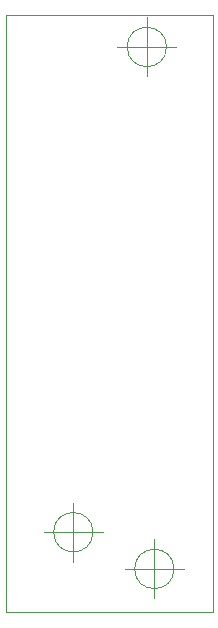
<source format=gbr>
G04 #@! TF.GenerationSoftware,KiCad,Pcbnew,(5.1.5)-3*
G04 #@! TF.CreationDate,2021-01-25T20:45:38-05:00*
G04 #@! TF.ProjectId,DIP40-XC9572XL,44495034-302d-4584-9339-353732584c2e,1*
G04 #@! TF.SameCoordinates,Original*
G04 #@! TF.FileFunction,Profile,NP*
%FSLAX46Y46*%
G04 Gerber Fmt 4.6, Leading zero omitted, Abs format (unit mm)*
G04 Created by KiCad (PCBNEW (5.1.5)-3) date 2021-01-25 20:45:38*
%MOMM*%
%LPD*%
G04 APERTURE LIST*
%ADD10C,0.100000*%
G04 APERTURE END LIST*
D10*
X112156666Y-93980000D02*
G75*
G03X112156666Y-93980000I-1666666J0D01*
G01*
X107990000Y-93980000D02*
X112990000Y-93980000D01*
X110490000Y-91480000D02*
X110490000Y-96480000D01*
X105298666Y-90868500D02*
G75*
G03X105298666Y-90868500I-1666666J0D01*
G01*
X101132000Y-90868500D02*
X106132000Y-90868500D01*
X103632000Y-88368500D02*
X103632000Y-93368500D01*
X111521666Y-49784000D02*
G75*
G03X111521666Y-49784000I-1666666J0D01*
G01*
X107355000Y-49784000D02*
X112355000Y-49784000D01*
X109855000Y-47284000D02*
X109855000Y-52284000D01*
X97917000Y-97663000D02*
X97917000Y-47117000D01*
X115443000Y-97663000D02*
X97917000Y-97663000D01*
X115443000Y-47117000D02*
X115443000Y-97663000D01*
X97917000Y-47117000D02*
X115443000Y-47117000D01*
M02*

</source>
